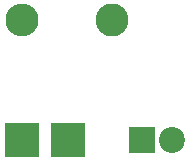
<source format=gbs>
G04 #@! TF.FileFunction,Soldermask,Bot*
%FSLAX46Y46*%
G04 Gerber Fmt 4.6, Leading zero omitted, Abs format (unit mm)*
G04 Created by KiCad (PCBNEW 4.0.7) date 07/26/19 18:51:32*
%MOMM*%
%LPD*%
G01*
G04 APERTURE LIST*
%ADD10C,0.100000*%
%ADD11R,2.900000X2.900000*%
%ADD12R,2.200000X2.200000*%
%ADD13C,2.200000*%
%ADD14C,2.800000*%
%ADD15O,2.800000X2.800000*%
G04 APERTURE END LIST*
D10*
D11*
X151260000Y-115570000D03*
X147320000Y-115570000D03*
D12*
X157480000Y-115570000D03*
D13*
X160020000Y-115570000D03*
D14*
X154940000Y-105410000D03*
D15*
X147320000Y-105410000D03*
M02*

</source>
